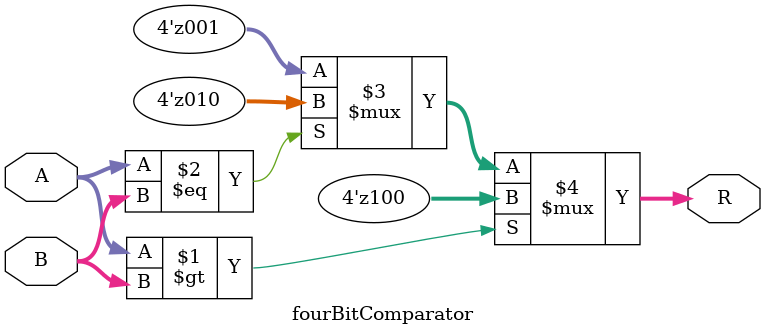
<source format=v>
module fourBitComparator(A, B, R);
	input [3:0] A, B;
	output [3:0] R;
	
	assign R = (A > B) ? 4'bz100: ((A == B) ? 4'bz010: 4'bz001);
endmodule
</source>
